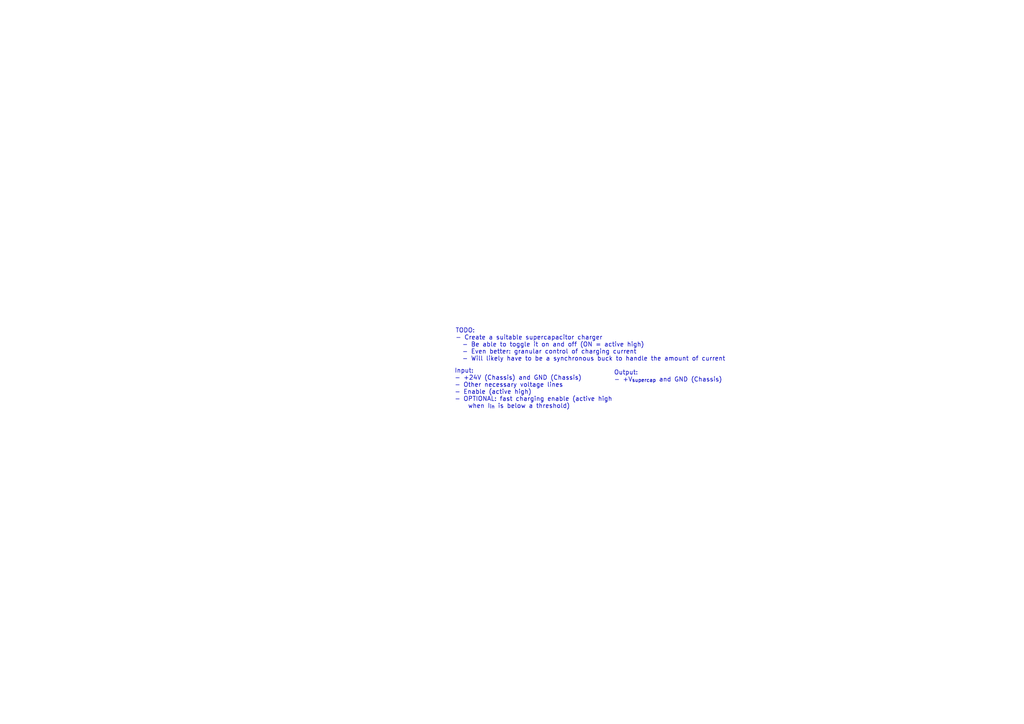
<source format=kicad_sch>
(kicad_sch
	(version 20231120)
	(generator "eeschema")
	(generator_version "8.0")
	(uuid "60e165af-a77a-46f5-a480-f277b75c5f0f")
	(paper "A4")
	(title_block
		(date "2024-11-15")
		(rev "1")
		(company "UT Robomaster")
		(comment 1 "Robomaster")
	)
	(lib_symbols)
	(text "TODO:\n- Create a suitable supercapacitor charger\n  - Be able to toggle it on and off (ON = active high)\n  - Even better: granular control of charging current\n  - Will likely have to be a synchronous buck to handle the amount of current"
		(exclude_from_sim no)
		(at 132.08 95.25 0)
		(effects
			(font
				(size 1.27 1.27)
			)
			(justify left top)
		)
		(uuid "4750d404-55b4-45a0-ae93-4881d3f75452")
	)
	(text "Input:\n- +24V (Chassis) and GND (Chassis)\n- Other necessary voltage lines\n- Enable (active high)\n- OPTIONAL: fast charging enable (active high \n    when I_{in} is below a threshold)"
		(exclude_from_sim no)
		(at 131.826 106.934 0)
		(effects
			(font
				(size 1.27 1.27)
			)
			(justify left top)
		)
		(uuid "aa4862fa-7829-478d-871b-da92d8467891")
	)
	(text "Output:\n- +V_{supercap} and GND (Chassis)"
		(exclude_from_sim no)
		(at 178.054 107.442 0)
		(effects
			(font
				(size 1.27 1.27)
			)
			(justify left top)
		)
		(uuid "c66c9c4f-9f45-4397-8961-c7f51323bfa2")
	)
)

</source>
